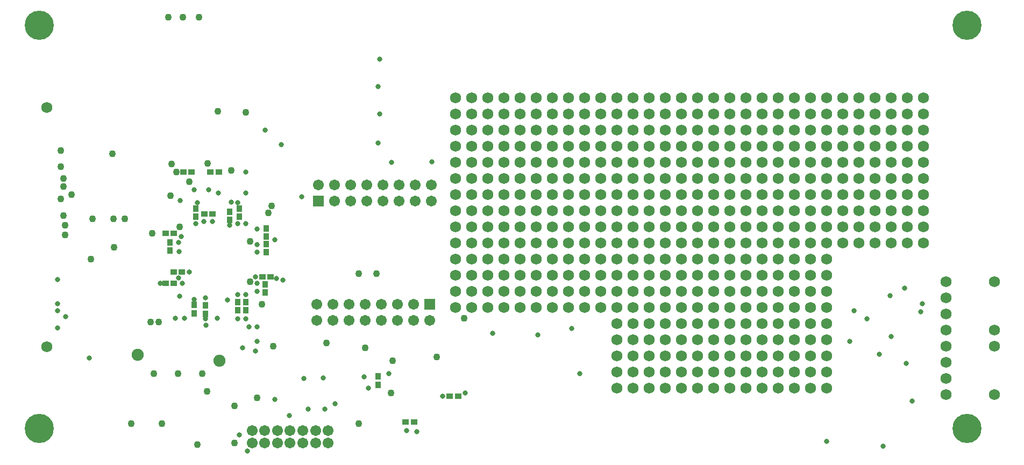
<source format=gbs>
%FSLAX24Y24*%
%MOIN*%
G70*
G01*
G75*
G04 Layer_Color=16711935*
G04 Layer_Color=16711935*
%ADD10R,0.0748X0.0197*%
%ADD11R,0.0197X0.0748*%
%ADD12R,0.0394X0.0433*%
%ADD13R,0.0600X0.0800*%
%ADD14R,0.1772X0.0591*%
%ADD15R,0.0354X0.0276*%
%ADD16R,0.3000X0.2900*%
%ADD17R,0.1500X0.0500*%
%ADD18R,0.0630X0.0709*%
%ADD19R,0.2900X0.3000*%
%ADD20R,0.0500X0.1500*%
%ADD21R,0.0709X0.0630*%
%ADD22R,0.0787X0.0866*%
%ADD23R,0.0276X0.0354*%
%ADD24R,0.0551X0.0787*%
%ADD25R,0.0197X0.0610*%
%ADD26R,0.0197X0.0610*%
%ADD27R,0.0610X0.0197*%
%ADD28R,0.0433X0.0394*%
%ADD29R,0.0512X0.0630*%
%ADD30R,0.0118X0.0630*%
%ADD31R,0.0630X0.0118*%
%ADD32R,0.0354X0.0945*%
%ADD33R,0.0807X0.0236*%
%ADD34R,0.0827X0.0354*%
%ADD35R,0.0827X0.0354*%
%ADD36R,0.1732X0.1441*%
%ADD37C,0.0100*%
%ADD38C,0.0080*%
%ADD39C,0.0200*%
%ADD40C,0.0160*%
%ADD41C,0.0120*%
%ADD42C,0.0250*%
%ADD43C,0.0150*%
%ADD44C,0.0591*%
%ADD45R,0.0591X0.0591*%
%ADD46C,0.0669*%
%ADD47C,0.0600*%
%ADD48C,0.1732*%
%ADD49C,0.1732*%
%ADD50C,0.0250*%
%ADD51C,0.0350*%
%ADD52C,0.0090*%
%ADD53C,0.0098*%
%ADD54C,0.0079*%
%ADD55C,0.0070*%
%ADD56C,0.0050*%
%ADD57R,0.0828X0.0277*%
%ADD58R,0.0277X0.0828*%
%ADD59R,0.0474X0.0513*%
%ADD60R,0.0680X0.0880*%
%ADD61R,0.1852X0.0671*%
%ADD62R,0.0434X0.0356*%
%ADD63R,0.3080X0.2980*%
%ADD64R,0.1580X0.0580*%
%ADD65R,0.0710X0.0789*%
%ADD66R,0.2980X0.3080*%
%ADD67R,0.0580X0.1580*%
%ADD68R,0.0789X0.0710*%
%ADD69R,0.0867X0.0946*%
%ADD70R,0.0356X0.0434*%
%ADD71R,0.0631X0.0867*%
%ADD72R,0.0277X0.0690*%
%ADD73R,0.0277X0.0690*%
%ADD74R,0.0690X0.0277*%
%ADD75R,0.0513X0.0474*%
%ADD76R,0.0592X0.0710*%
%ADD77R,0.0198X0.0710*%
%ADD78R,0.0710X0.0198*%
%ADD79R,0.0434X0.1025*%
%ADD80R,0.0887X0.0316*%
%ADD81R,0.0907X0.0434*%
%ADD82R,0.0907X0.0434*%
%ADD83R,0.1812X0.1521*%
%ADD84C,0.0671*%
%ADD85R,0.0671X0.0671*%
%ADD86C,0.0749*%
%ADD87C,0.0680*%
%ADD88C,0.1812*%
%ADD89C,0.1812*%
%ADD90C,0.0330*%
%ADD91C,0.0430*%
D62*
X43238Y32900D02*
D03*
X42727D02*
D03*
X31138Y48400D02*
D03*
X30627D02*
D03*
X28944D02*
D03*
X29456D02*
D03*
X45462Y34500D02*
D03*
X45973D02*
D03*
X33836Y41916D02*
D03*
X34348D02*
D03*
X30756Y45800D02*
D03*
X30244D02*
D03*
X28856Y42200D02*
D03*
X28344D02*
D03*
X27844Y44600D02*
D03*
X28356D02*
D03*
X28356Y41500D02*
D03*
X27844D02*
D03*
D70*
X41000Y35738D02*
D03*
Y35227D02*
D03*
X29600Y39662D02*
D03*
Y40173D02*
D03*
X30300Y40138D02*
D03*
Y39627D02*
D03*
X32800Y40356D02*
D03*
Y39844D02*
D03*
X32300Y40356D02*
D03*
Y39844D02*
D03*
X34000Y40944D02*
D03*
Y41456D02*
D03*
X34092Y43432D02*
D03*
Y43943D02*
D03*
Y44928D02*
D03*
Y44416D02*
D03*
X32400Y45644D02*
D03*
Y46156D02*
D03*
X31800Y45444D02*
D03*
Y45956D02*
D03*
X29722Y45636D02*
D03*
Y46148D02*
D03*
X28100Y43544D02*
D03*
Y44056D02*
D03*
D84*
X33200Y31600D02*
D03*
Y32387D02*
D03*
X33987Y31600D02*
D03*
Y32387D02*
D03*
X34775Y31600D02*
D03*
Y32387D02*
D03*
X35562Y31600D02*
D03*
Y32387D02*
D03*
X36350Y31600D02*
D03*
Y32387D02*
D03*
X37150Y31600D02*
D03*
X37137Y32387D02*
D03*
X37924Y31600D02*
D03*
Y32387D02*
D03*
X37300Y47600D02*
D03*
X38300Y46600D02*
D03*
Y47600D02*
D03*
X39300Y46600D02*
D03*
Y47600D02*
D03*
X40300Y46600D02*
D03*
Y47600D02*
D03*
X41300Y46600D02*
D03*
Y47600D02*
D03*
X42300Y46600D02*
D03*
Y47600D02*
D03*
X43300Y46600D02*
D03*
Y47600D02*
D03*
X44300Y46600D02*
D03*
Y47600D02*
D03*
X44200Y39200D02*
D03*
X43200Y40200D02*
D03*
Y39200D02*
D03*
X42200Y40200D02*
D03*
Y39200D02*
D03*
X41200Y40200D02*
D03*
Y39200D02*
D03*
X40200Y40200D02*
D03*
Y39200D02*
D03*
X39200Y40200D02*
D03*
Y39200D02*
D03*
X38200Y40200D02*
D03*
Y39200D02*
D03*
X37200Y40200D02*
D03*
Y39200D02*
D03*
D85*
X37300Y46600D02*
D03*
X44200Y40200D02*
D03*
D86*
X31183Y36700D02*
D03*
X26131Y37094D02*
D03*
D87*
X79200Y38600D02*
D03*
Y41600D02*
D03*
X76200Y38600D02*
D03*
Y39600D02*
D03*
Y41600D02*
D03*
Y40600D02*
D03*
X79200Y34600D02*
D03*
Y37600D02*
D03*
X76200Y34600D02*
D03*
Y35600D02*
D03*
Y37600D02*
D03*
Y36600D02*
D03*
X20472Y52427D02*
D03*
Y37573D02*
D03*
X68800Y39000D02*
D03*
X67800D02*
D03*
X66800D02*
D03*
X65800D02*
D03*
X64800D02*
D03*
X63800D02*
D03*
X62800D02*
D03*
X61800D02*
D03*
X60800D02*
D03*
X59800D02*
D03*
X58800D02*
D03*
X57800D02*
D03*
X56800D02*
D03*
X55800D02*
D03*
X68800Y38000D02*
D03*
X67800D02*
D03*
X66800D02*
D03*
X65800D02*
D03*
X64800D02*
D03*
X63800D02*
D03*
X62800D02*
D03*
X61800D02*
D03*
X60800D02*
D03*
X59800D02*
D03*
X58800D02*
D03*
X57800D02*
D03*
X56800D02*
D03*
X55800D02*
D03*
X68800Y37000D02*
D03*
X67800D02*
D03*
X66800D02*
D03*
X65800D02*
D03*
X64800D02*
D03*
X63800D02*
D03*
X62800D02*
D03*
X61800D02*
D03*
X60800D02*
D03*
X59800D02*
D03*
X58800D02*
D03*
X57800D02*
D03*
X56800D02*
D03*
X55800D02*
D03*
X68800Y36000D02*
D03*
X67800D02*
D03*
X66800D02*
D03*
X65800D02*
D03*
X64800D02*
D03*
X63800D02*
D03*
X62800D02*
D03*
X61800D02*
D03*
X60800D02*
D03*
X59800D02*
D03*
X58800D02*
D03*
X57800D02*
D03*
X56800D02*
D03*
X55800D02*
D03*
X68800Y35000D02*
D03*
X67800D02*
D03*
X66800D02*
D03*
X65800D02*
D03*
X64800D02*
D03*
X63800D02*
D03*
X62800D02*
D03*
X61800D02*
D03*
X60800D02*
D03*
X59800D02*
D03*
X58800D02*
D03*
X57800D02*
D03*
X56800D02*
D03*
X55800D02*
D03*
X46800Y53000D02*
D03*
X45800D02*
D03*
X46800Y52000D02*
D03*
X45800D02*
D03*
X46800Y51000D02*
D03*
X45800D02*
D03*
X46800Y50000D02*
D03*
X45800D02*
D03*
X46800Y49000D02*
D03*
X45800D02*
D03*
X46800Y48000D02*
D03*
X45800D02*
D03*
X46800Y47000D02*
D03*
X45800D02*
D03*
X46800Y46000D02*
D03*
X45800D02*
D03*
X46800Y45000D02*
D03*
X45800D02*
D03*
X46800Y44000D02*
D03*
X45800D02*
D03*
X46800Y43000D02*
D03*
X45800D02*
D03*
X46800Y42000D02*
D03*
X45800D02*
D03*
X46800Y41000D02*
D03*
X45800D02*
D03*
X46800Y40000D02*
D03*
X45800D02*
D03*
X47800D02*
D03*
X48800D02*
D03*
X49800D02*
D03*
X50800D02*
D03*
X51800D02*
D03*
X52800D02*
D03*
X53800D02*
D03*
X54800D02*
D03*
X55800D02*
D03*
X56800D02*
D03*
X57800D02*
D03*
X58800D02*
D03*
X59800D02*
D03*
X60800D02*
D03*
X61800D02*
D03*
X62800D02*
D03*
X63800D02*
D03*
X64800D02*
D03*
X65800D02*
D03*
X66800D02*
D03*
X67800D02*
D03*
X68800D02*
D03*
X47800Y41000D02*
D03*
X48800D02*
D03*
X49800D02*
D03*
X50800D02*
D03*
X51800D02*
D03*
X52800D02*
D03*
X53800D02*
D03*
X54800D02*
D03*
X55800D02*
D03*
X56800D02*
D03*
X57800D02*
D03*
X58800D02*
D03*
X59800D02*
D03*
X60800D02*
D03*
X61800D02*
D03*
X62800D02*
D03*
X63800D02*
D03*
X64800D02*
D03*
X65800D02*
D03*
X66800D02*
D03*
X67800D02*
D03*
X68800D02*
D03*
X47800Y42000D02*
D03*
X48800D02*
D03*
X49800D02*
D03*
X50800D02*
D03*
X51800D02*
D03*
X52800D02*
D03*
X53800D02*
D03*
X54800D02*
D03*
X55800D02*
D03*
X56800D02*
D03*
X57800D02*
D03*
X58800D02*
D03*
X59800D02*
D03*
X60800D02*
D03*
X61800D02*
D03*
X62800D02*
D03*
X63800D02*
D03*
X64800D02*
D03*
X65800D02*
D03*
X66800D02*
D03*
X67800D02*
D03*
X68800D02*
D03*
X47800Y43000D02*
D03*
X48800D02*
D03*
X49800D02*
D03*
X50800D02*
D03*
X51800D02*
D03*
X52800D02*
D03*
X53800D02*
D03*
X54800D02*
D03*
X55800D02*
D03*
X56800D02*
D03*
X57800D02*
D03*
X58800D02*
D03*
X59800D02*
D03*
X60800D02*
D03*
X61800D02*
D03*
X62800D02*
D03*
X63800D02*
D03*
X64800D02*
D03*
X65800D02*
D03*
X66800D02*
D03*
X67800D02*
D03*
X68800D02*
D03*
X47800Y44000D02*
D03*
X48800D02*
D03*
X49800D02*
D03*
X50800D02*
D03*
X51800D02*
D03*
X52800D02*
D03*
X53800D02*
D03*
X54800D02*
D03*
X55800D02*
D03*
X56800D02*
D03*
X57800D02*
D03*
X58800D02*
D03*
X59800D02*
D03*
X60800D02*
D03*
X61800D02*
D03*
X62800D02*
D03*
X63800D02*
D03*
X64800D02*
D03*
X65800D02*
D03*
X66800D02*
D03*
X67800D02*
D03*
X68800D02*
D03*
X69800D02*
D03*
X70800D02*
D03*
X71800D02*
D03*
X72800D02*
D03*
X73800D02*
D03*
X74800D02*
D03*
X47800Y45000D02*
D03*
X48800D02*
D03*
X49800D02*
D03*
X50800D02*
D03*
X51800D02*
D03*
X52800D02*
D03*
X53800D02*
D03*
X54800D02*
D03*
X55800D02*
D03*
X56800D02*
D03*
X57800D02*
D03*
X58800D02*
D03*
X59800D02*
D03*
X60800D02*
D03*
X61800D02*
D03*
X62800D02*
D03*
X63800D02*
D03*
X64800D02*
D03*
X65800D02*
D03*
X66800D02*
D03*
X67800D02*
D03*
X68800D02*
D03*
X69800D02*
D03*
X70800D02*
D03*
X71800D02*
D03*
X72800D02*
D03*
X73800D02*
D03*
X74800D02*
D03*
X47800Y46000D02*
D03*
X48800D02*
D03*
X49800D02*
D03*
X50800D02*
D03*
X51800D02*
D03*
X52800D02*
D03*
X53800D02*
D03*
X54800D02*
D03*
X55800D02*
D03*
X56800D02*
D03*
X57800D02*
D03*
X58800D02*
D03*
X59800D02*
D03*
X60800D02*
D03*
X61800D02*
D03*
X62800D02*
D03*
X63800D02*
D03*
X64800D02*
D03*
X65800D02*
D03*
X66800D02*
D03*
X67800D02*
D03*
X68800D02*
D03*
X69800D02*
D03*
X70800D02*
D03*
X71800D02*
D03*
X72800D02*
D03*
X73800D02*
D03*
X74800D02*
D03*
X47800Y47000D02*
D03*
X48800D02*
D03*
X49800D02*
D03*
X50800D02*
D03*
X51800D02*
D03*
X52800D02*
D03*
X53800D02*
D03*
X54800D02*
D03*
X55800D02*
D03*
X56800D02*
D03*
X57800D02*
D03*
X58800D02*
D03*
X59800D02*
D03*
X60800D02*
D03*
X61800D02*
D03*
X62800D02*
D03*
X63800D02*
D03*
X64800D02*
D03*
X65800D02*
D03*
X66800D02*
D03*
X67800D02*
D03*
X68800D02*
D03*
X69800D02*
D03*
X70800D02*
D03*
X71800D02*
D03*
X72800D02*
D03*
X73800D02*
D03*
X74800D02*
D03*
X47800Y48000D02*
D03*
X48800D02*
D03*
X49800D02*
D03*
X50800D02*
D03*
X51800D02*
D03*
X52800D02*
D03*
X53800D02*
D03*
X54800D02*
D03*
X55800D02*
D03*
X56800D02*
D03*
X57800D02*
D03*
X58800D02*
D03*
X59800D02*
D03*
X60800D02*
D03*
X61800D02*
D03*
X62800D02*
D03*
X63800D02*
D03*
X64800D02*
D03*
X65800D02*
D03*
X66800D02*
D03*
X67800D02*
D03*
X68800D02*
D03*
X69800D02*
D03*
X70800D02*
D03*
X71800D02*
D03*
X72800D02*
D03*
X73800D02*
D03*
X74800D02*
D03*
X47800Y49000D02*
D03*
X48800D02*
D03*
X49800D02*
D03*
X50800D02*
D03*
X51800D02*
D03*
X52800D02*
D03*
X53800D02*
D03*
X54800D02*
D03*
X55800D02*
D03*
X56800D02*
D03*
X57800D02*
D03*
X58800D02*
D03*
X59800D02*
D03*
X60800D02*
D03*
X61800D02*
D03*
X62800D02*
D03*
X63800D02*
D03*
X64800D02*
D03*
X65800D02*
D03*
X66800D02*
D03*
X67800D02*
D03*
X68800D02*
D03*
X69800D02*
D03*
X70800D02*
D03*
X71800D02*
D03*
X72800D02*
D03*
X73800D02*
D03*
X74800D02*
D03*
X47800Y50000D02*
D03*
X48800D02*
D03*
X49800D02*
D03*
X50800D02*
D03*
X51800D02*
D03*
X52800D02*
D03*
X53800D02*
D03*
X54800D02*
D03*
X55800D02*
D03*
X56800D02*
D03*
X57800D02*
D03*
X58800D02*
D03*
X59800D02*
D03*
X60800D02*
D03*
X61800D02*
D03*
X62800D02*
D03*
X63800D02*
D03*
X64800D02*
D03*
X65800D02*
D03*
X66800D02*
D03*
X67800D02*
D03*
X68800D02*
D03*
X69800D02*
D03*
X70800D02*
D03*
X71800D02*
D03*
X72800D02*
D03*
X73800D02*
D03*
X74800D02*
D03*
X47800Y51000D02*
D03*
X48800D02*
D03*
X49800D02*
D03*
X50800D02*
D03*
X51800D02*
D03*
X52800D02*
D03*
X53800D02*
D03*
X54800D02*
D03*
X55800D02*
D03*
X56800D02*
D03*
X57800D02*
D03*
X58800D02*
D03*
X59800D02*
D03*
X60800D02*
D03*
X61800D02*
D03*
X62800D02*
D03*
X63800D02*
D03*
X64800D02*
D03*
X65800D02*
D03*
X66800D02*
D03*
X67800D02*
D03*
X68800D02*
D03*
X69800D02*
D03*
X70800D02*
D03*
X71800D02*
D03*
X72800D02*
D03*
X73800D02*
D03*
X74800D02*
D03*
X47800Y52000D02*
D03*
X48800D02*
D03*
X49800D02*
D03*
X50800D02*
D03*
X51800D02*
D03*
X52800D02*
D03*
X53800D02*
D03*
X54800D02*
D03*
X55800D02*
D03*
X56800D02*
D03*
X57800D02*
D03*
X58800D02*
D03*
X59800D02*
D03*
X60800D02*
D03*
X61800D02*
D03*
X62800D02*
D03*
X63800D02*
D03*
X64800D02*
D03*
X65800D02*
D03*
X66800D02*
D03*
X67800D02*
D03*
X68800D02*
D03*
X69800D02*
D03*
X70800D02*
D03*
X71800D02*
D03*
X72800D02*
D03*
X73800D02*
D03*
X74800D02*
D03*
X47800Y53000D02*
D03*
X48800D02*
D03*
X49800D02*
D03*
X50800D02*
D03*
X51800D02*
D03*
X52800D02*
D03*
X53800D02*
D03*
X54800D02*
D03*
X55800D02*
D03*
X56800D02*
D03*
X57800D02*
D03*
X58800D02*
D03*
X59800D02*
D03*
X60800D02*
D03*
X61800D02*
D03*
X62800D02*
D03*
X63800D02*
D03*
X64800D02*
D03*
X65800D02*
D03*
X66800D02*
D03*
X67800D02*
D03*
X68800D02*
D03*
X69800D02*
D03*
X70800D02*
D03*
X71800D02*
D03*
X72800D02*
D03*
X73800D02*
D03*
X74800D02*
D03*
D88*
X20000Y57500D02*
D03*
Y32500D02*
D03*
X77500Y57500D02*
D03*
D89*
Y32500D02*
D03*
D90*
X70250Y37900D02*
D03*
X73665Y41200D02*
D03*
X37600Y35650D02*
D03*
X40150Y35700D02*
D03*
X41850Y49000D02*
D03*
X44350Y49050D02*
D03*
X23109Y36891D02*
D03*
X36291Y46891D02*
D03*
X42770Y32370D02*
D03*
X43400Y32300D02*
D03*
X30350Y38900D02*
D03*
X31050Y39350D02*
D03*
X21150Y38750D02*
D03*
Y41750D02*
D03*
Y40250D02*
D03*
Y39800D02*
D03*
X21650Y39450D02*
D03*
X33500Y38800D02*
D03*
X33000D02*
D03*
X33500Y37900D02*
D03*
X32900Y31100D02*
D03*
X32400Y32100D02*
D03*
X68800Y31700D02*
D03*
X32600Y37500D02*
D03*
X35500Y33300D02*
D03*
X72300Y31400D02*
D03*
X72750Y40750D02*
D03*
X70500Y39800D02*
D03*
X71300Y39300D02*
D03*
X72091Y37109D02*
D03*
X74100Y34200D02*
D03*
X73765Y36535D02*
D03*
X72800Y38200D02*
D03*
X74650Y39750D02*
D03*
X74750Y40250D02*
D03*
X29000Y39350D02*
D03*
X29600Y40500D02*
D03*
X30300Y39300D02*
D03*
Y40600D02*
D03*
X29600Y47300D02*
D03*
X28738Y46638D02*
D03*
X48100Y38400D02*
D03*
X50900Y38300D02*
D03*
X53500Y35900D02*
D03*
X53000Y38700D02*
D03*
X45000Y34500D02*
D03*
X46400Y34700D02*
D03*
X41670Y35930D02*
D03*
X40400Y35000D02*
D03*
X33400Y37300D02*
D03*
X34000Y51000D02*
D03*
X32800Y48400D02*
D03*
X35000Y50100D02*
D03*
X41000Y50200D02*
D03*
X41100Y52000D02*
D03*
X41000Y53700D02*
D03*
X41100Y55400D02*
D03*
X32800Y47100D02*
D03*
Y45200D02*
D03*
X36400Y35600D02*
D03*
X36675Y33725D02*
D03*
X37725D02*
D03*
X34600Y34300D02*
D03*
X38340Y34040D02*
D03*
X31691Y40491D02*
D03*
X32800Y40800D02*
D03*
Y39300D02*
D03*
X32300Y40800D02*
D03*
Y39300D02*
D03*
X33500Y41000D02*
D03*
Y41500D02*
D03*
X35100Y41700D02*
D03*
X33416Y41916D02*
D03*
X34700Y41800D02*
D03*
X33531Y43432D02*
D03*
X33500Y43900D02*
D03*
X34600Y44200D02*
D03*
X33531Y44868D02*
D03*
X31800Y45100D02*
D03*
X31900Y46550D02*
D03*
X32300Y45200D02*
D03*
Y46500D02*
D03*
X30756Y45344D02*
D03*
X30200Y45350D02*
D03*
X29722Y45222D02*
D03*
X29800Y46500D02*
D03*
X28800Y44400D02*
D03*
X28644Y44056D02*
D03*
X28691Y43491D02*
D03*
X29300Y42200D02*
D03*
X28650Y41850D02*
D03*
X28878Y41522D02*
D03*
X27500Y41500D02*
D03*
X28450Y39350D02*
D03*
X28700Y40700D02*
D03*
X30500Y47300D02*
D03*
X31100Y47100D02*
D03*
D91*
X28700Y45000D02*
D03*
X27000Y44600D02*
D03*
X28144Y46956D02*
D03*
X26900Y39100D02*
D03*
X27400D02*
D03*
X46335Y39335D02*
D03*
X40900Y42100D02*
D03*
X39800D02*
D03*
X44660Y36940D02*
D03*
X37800Y37800D02*
D03*
X40200Y37500D02*
D03*
X41900Y36700D02*
D03*
X29300Y47800D02*
D03*
X28500Y48400D02*
D03*
X30457Y48957D02*
D03*
X33500Y34400D02*
D03*
X33800Y40200D02*
D03*
X33068Y41631D02*
D03*
Y44131D02*
D03*
X34208Y45892D02*
D03*
X39800Y32800D02*
D03*
X34400Y46300D02*
D03*
X34500Y37600D02*
D03*
X28200Y48900D02*
D03*
X31087Y52187D02*
D03*
X31900Y48500D02*
D03*
X28000Y58000D02*
D03*
X28900D02*
D03*
X29900D02*
D03*
X32800Y52100D02*
D03*
X25700Y32800D02*
D03*
X30400Y34800D02*
D03*
X32100Y33900D02*
D03*
Y31600D02*
D03*
X29800Y31500D02*
D03*
X27600Y32800D02*
D03*
X27100Y35900D02*
D03*
X28600D02*
D03*
X30100D02*
D03*
X24550Y49550D02*
D03*
X41800Y34700D02*
D03*
X22000Y47000D02*
D03*
X24651Y43749D02*
D03*
X25300Y45500D02*
D03*
X24600D02*
D03*
X23200Y43000D02*
D03*
X23300Y45500D02*
D03*
X21500Y48000D02*
D03*
Y47500D02*
D03*
X21600Y44500D02*
D03*
Y45100D02*
D03*
X21500Y45700D02*
D03*
X21350Y46750D02*
D03*
Y48750D02*
D03*
Y49750D02*
D03*
M02*

</source>
